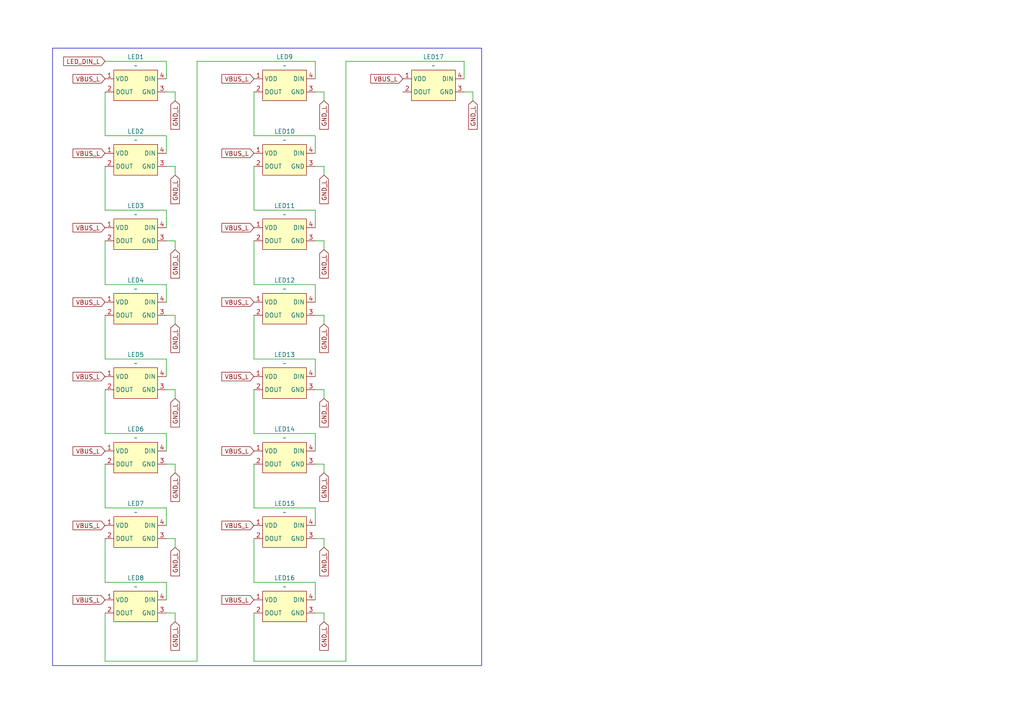
<source format=kicad_sch>
(kicad_sch (version 20231120) (generator "eeschema") (generator_version "8.0")
  (paper "A4")
  (lib_symbols
    (symbol "SK6812-MINI-E:SK6812_MINI-E"
      (property "Reference" "LED" (at -10.922 11.43 0))
      (symbol "SK6812_MINI-E_1_1"
        (rectangle (start -12.7 8.89) (end 0 0) (fill (type background)))
        (pin input line (at -15.24 6.35 0) (length 2.54) (name "VDD") (number "1"))
        (pin input line (at -15.24 2.54 0) (length 2.54) (name "DOUT") (number "2"))
        (pin input line (at 2.54 2.54 180) (length 2.54) (name "GND") (number "3"))
        (pin input line (at 2.54 6.35 180) (length 2.54) (name "DIN") (number "4"))
      )
    )
  )
  (wire (pts (xy 30.48 26.67) (xy 30.48 39.37)))
  (wire (pts (xy 73.66 156.21) (xy 73.66 168.91)))
  (wire (pts (xy 73.66 48.26) (xy 73.66 60.96)))
  (wire (pts (xy 50.8 177.8) (xy 50.8 180.34)))
  (wire (pts (xy 30.48 17.78) (xy 48.26 17.78)))
  (wire (pts (xy 91.44 156.21) (xy 93.98 156.21)))
  (wire (pts (xy 48.26 26.67) (xy 50.8 26.67)))
  (wire (pts (xy 73.66 82.55) (xy 91.44 82.55)))
  (wire (pts (xy 93.98 48.26) (xy 93.98 50.8)))
  (wire (pts (xy 100.33 191.77) (xy 73.66 191.77)))
  (wire (pts (xy 30.48 113.03) (xy 30.48 125.73)))
  (wire (pts (xy 30.48 191.77) (xy 30.48 177.8)))
  (wire (pts (xy 91.44 48.26) (xy 93.98 48.26)))
  (wire (pts (xy 30.48 168.91) (xy 48.26 168.91)))
  (wire (pts (xy 91.44 91.44) (xy 93.98 91.44)))
  (wire (pts (xy 50.8 91.44) (xy 50.8 93.98)))
  (wire (pts (xy 50.8 26.67) (xy 50.8 29.21)))
  (wire (pts (xy 30.48 104.14) (xy 48.26 104.14)))
  (wire (pts (xy 30.48 69.85) (xy 30.48 82.55)))
  (wire (pts (xy 48.26 113.03) (xy 50.8 113.03)))
  (wire (pts (xy 73.66 60.96) (xy 91.44 60.96)))
  (wire (pts (xy 48.26 104.14) (xy 48.26 109.22)))
  (wire (pts (xy 91.44 113.03) (xy 93.98 113.03)))
  (wire (pts (xy 91.44 17.78) (xy 57.15 17.78)))
  (wire (pts (xy 73.66 147.32) (xy 91.44 147.32)))
  (wire (pts (xy 30.48 147.32) (xy 48.26 147.32)))
  (wire (pts (xy 73.66 168.91) (xy 91.44 168.91)))
  (wire (pts (xy 134.62 17.78) (xy 134.62 22.86)))
  (wire (pts (xy 48.26 156.21) (xy 50.8 156.21)))
  (wire (pts (xy 30.48 134.62) (xy 30.48 147.32)))
  (wire (pts (xy 91.44 26.67) (xy 93.98 26.67)))
  (wire (pts (xy 91.44 82.55) (xy 91.44 87.63)))
  (wire (pts (xy 93.98 177.8) (xy 93.98 180.34)))
  (wire (pts (xy 93.98 113.03) (xy 93.98 115.57)))
  (wire (pts (xy 50.8 69.85) (xy 50.8 72.39)))
  (wire (pts (xy 48.26 82.55) (xy 48.26 87.63)))
  (wire (pts (xy 93.98 91.44) (xy 93.98 93.98)))
  (wire (pts (xy 93.98 134.62) (xy 93.98 137.16)))
  (wire (pts (xy 50.8 156.21) (xy 50.8 158.75)))
  (wire (pts (xy 48.26 134.62) (xy 50.8 134.62)))
  (wire (pts (xy 93.98 156.21) (xy 93.98 158.75)))
  (wire (pts (xy 30.48 156.21) (xy 30.48 168.91)))
  (wire (pts (xy 48.26 147.32) (xy 48.26 152.4)))
  (wire (pts (xy 48.26 177.8) (xy 50.8 177.8)))
  (wire (pts (xy 57.15 191.77) (xy 30.48 191.77)))
  (wire (pts (xy 91.44 69.85) (xy 93.98 69.85)))
  (wire (pts (xy 50.8 113.03) (xy 50.8 115.57)))
  (wire (pts (xy 50.8 48.26) (xy 50.8 50.8)))
  (wire (pts (xy 134.62 26.67) (xy 137.16 26.67)))
  (wire (pts (xy 73.66 69.85) (xy 73.66 82.55)))
  (wire (pts (xy 48.26 91.44) (xy 50.8 91.44)))
  (wire (pts (xy 73.66 113.03) (xy 73.66 125.73)))
  (wire (pts (xy 137.16 26.67) (xy 137.16 29.21)))
  (wire (pts (xy 73.66 125.73) (xy 91.44 125.73)))
  (wire (pts (xy 48.26 60.96) (xy 48.26 66.04)))
  (wire (pts (xy 48.26 48.26) (xy 50.8 48.26)))
  (wire (pts (xy 93.98 69.85) (xy 93.98 72.39)))
  (wire (pts (xy 48.26 69.85) (xy 50.8 69.85)))
  (wire (pts (xy 48.26 168.91) (xy 48.26 173.99)))
  (wire (pts (xy 91.44 134.62) (xy 93.98 134.62)))
  (wire (pts (xy 30.48 48.26) (xy 30.48 60.96)))
  (wire (pts (xy 134.62 17.78) (xy 100.33 17.78)))
  (wire (pts (xy 30.48 39.37) (xy 48.26 39.37)))
  (wire (pts (xy 73.66 104.14) (xy 91.44 104.14)))
  (wire (pts (xy 73.66 134.62) (xy 73.66 147.32)))
  (wire (pts (xy 30.48 91.44) (xy 30.48 104.14)))
  (wire (pts (xy 100.33 17.78) (xy 100.33 191.77)))
  (wire (pts (xy 91.44 168.91) (xy 91.44 173.99)))
  (wire (pts (xy 73.66 191.77) (xy 73.66 177.8)))
  (wire (pts (xy 57.15 17.78) (xy 57.15 191.77)))
  (wire (pts (xy 91.44 147.32) (xy 91.44 152.4)))
  (wire (pts (xy 48.26 39.37) (xy 48.26 44.45)))
  (wire (pts (xy 30.48 82.55) (xy 48.26 82.55)))
  (wire (pts (xy 91.44 125.73) (xy 91.44 130.81)))
  (wire (pts (xy 48.26 17.78) (xy 48.26 22.86)))
  (wire (pts (xy 91.44 104.14) (xy 91.44 109.22)))
  (wire (pts (xy 50.8 134.62) (xy 50.8 137.16)))
  (wire (pts (xy 73.66 26.67) (xy 73.66 39.37)))
  (wire (pts (xy 91.44 60.96) (xy 91.44 66.04)))
  (wire (pts (xy 48.26 125.73) (xy 48.26 130.81)))
  (wire (pts (xy 73.66 91.44) (xy 73.66 104.14)))
  (wire (pts (xy 30.48 125.73) (xy 48.26 125.73)))
  (wire (pts (xy 91.44 177.8) (xy 93.98 177.8)))
  (wire (pts (xy 93.98 26.67) (xy 93.98 29.21)))
  (wire (pts (xy 91.44 17.78) (xy 91.44 22.86)))
  (wire (pts (xy 91.44 39.37) (xy 91.44 44.45)))
  (wire (pts (xy 30.48 60.96) (xy 48.26 60.96)))
  (wire (pts (xy 73.66 39.37) (xy 91.44 39.37)))
  (rectangle (start 15.24 13.97) (end 139.7 193.04))
  (global_label "GND_L" (shape input) (at 93.98 72.39 270) (property "Intersheetrefs" "${INTERSHEET_REFS}" (effects (hide yes))))
  (global_label "GND_L" (shape input) (at 137.16 29.21 270) (property "Intersheetrefs" "${INTERSHEET_REFS}" (effects (hide yes))))
  (global_label "VBUS_L" (shape input) (at 73.66 173.99 180) (property "Intersheetrefs" "${INTERSHEET_REFS}" (effects (hide yes))))
  (global_label "VBUS_L" (shape input) (at 73.66 130.81 180) (property "Intersheetrefs" "${INTERSHEET_REFS}" (effects (hide yes))))
  (global_label "GND_L" (shape input) (at 93.98 180.34 270) (property "Intersheetrefs" "${INTERSHEET_REFS}" (effects (hide yes))))
  (global_label "GND_L" (shape input) (at 50.8 180.34 270) (property "Intersheetrefs" "${INTERSHEET_REFS}" (effects (hide yes))))
  (global_label "GND_L" (shape input) (at 50.8 29.21 270) (property "Intersheetrefs" "${INTERSHEET_REFS}" (effects (hide yes))))
  (global_label "VBUS_L" (shape input) (at 73.66 109.22 180) (property "Intersheetrefs" "${INTERSHEET_REFS}" (effects (hide yes))))
  (global_label "VBUS_L" (shape input) (at 30.48 152.4 180) (property "Intersheetrefs" "${INTERSHEET_REFS}" (effects (hide yes))))
  (global_label "VBUS_L" (shape input) (at 116.84 22.86 180) (property "Intersheetrefs" "${INTERSHEET_REFS}" (effects (hide yes))))
  (global_label "VBUS_L" (shape input) (at 30.48 109.22 180) (property "Intersheetrefs" "${INTERSHEET_REFS}" (effects (hide yes))))
  (global_label "GND_L" (shape input) (at 50.8 158.75 270) (property "Intersheetrefs" "${INTERSHEET_REFS}" (effects (hide yes))))
  (global_label "VBUS_L" (shape input) (at 73.66 66.04 180) (property "Intersheetrefs" "${INTERSHEET_REFS}" (effects (hide yes))))
  (global_label "VBUS_L" (shape input) (at 30.48 22.86 180) (property "Intersheetrefs" "${INTERSHEET_REFS}" (effects (hide yes))))
  (global_label "VBUS_L" (shape input) (at 30.48 87.63 180) (property "Intersheetrefs" "${INTERSHEET_REFS}" (effects (hide yes))))
  (global_label "GND_L" (shape input) (at 93.98 137.16 270) (property "Intersheetrefs" "${INTERSHEET_REFS}" (effects (hide yes))))
  (global_label "GND_L" (shape input) (at 93.98 29.21 270) (property "Intersheetrefs" "${INTERSHEET_REFS}" (effects (hide yes))))
  (global_label "GND_L" (shape input) (at 50.8 137.16 270) (property "Intersheetrefs" "${INTERSHEET_REFS}" (effects (hide yes))))
  (global_label "GND_L" (shape input) (at 93.98 93.98 270) (property "Intersheetrefs" "${INTERSHEET_REFS}" (effects (hide yes))))
  (global_label "GND_L" (shape input) (at 50.8 50.8 270) (property "Intersheetrefs" "${INTERSHEET_REFS}" (effects (hide yes))))
  (global_label "VBUS_L" (shape input) (at 30.48 173.99 180) (property "Intersheetrefs" "${INTERSHEET_REFS}" (effects (hide yes))))
  (global_label "GND_L" (shape input) (at 50.8 93.98 270) (property "Intersheetrefs" "${INTERSHEET_REFS}" (effects (hide yes))))
  (global_label "GND_L" (shape input) (at 50.8 115.57 270) (property "Intersheetrefs" "${INTERSHEET_REFS}" (effects (hide yes))))
  (global_label "VBUS_L" (shape input) (at 73.66 152.4 180) (property "Intersheetrefs" "${INTERSHEET_REFS}" (effects (hide yes))))
  (global_label "VBUS_L" (shape input) (at 30.48 44.45 180) (property "Intersheetrefs" "${INTERSHEET_REFS}" (effects (hide yes))))
  (global_label "LED_DIN_L" (shape input) (at 30.48 17.78 180) (property "Intersheetrefs" "${INTERSHEET_REFS}" (effects (hide yes))))
  (global_label "GND_L" (shape input) (at 93.98 158.75 270) (property "Intersheetrefs" "${INTERSHEET_REFS}" (effects (hide yes))))
  (global_label "VBUS_L" (shape input) (at 30.48 66.04 180) (property "Intersheetrefs" "${INTERSHEET_REFS}" (effects (hide yes))))
  (global_label "VBUS_L" (shape input) (at 73.66 87.63 180) (property "Intersheetrefs" "${INTERSHEET_REFS}" (effects (hide yes))))
  (global_label "GND_L" (shape input) (at 93.98 50.8 270) (property "Intersheetrefs" "${INTERSHEET_REFS}" (effects (hide yes))))
  (global_label "VBUS_L" (shape input) (at 30.48 130.81 180) (property "Intersheetrefs" "${INTERSHEET_REFS}" (effects (hide yes))))
  (global_label "GND_L" (shape input) (at 50.8 72.39 270) (property "Intersheetrefs" "${INTERSHEET_REFS}" (effects (hide yes))))
  (global_label "VBUS_L" (shape input) (at 73.66 44.45 180) (property "Intersheetrefs" "${INTERSHEET_REFS}" (effects (hide yes))))
  (global_label "GND_L" (shape input) (at 93.98 115.57 270) (property "Intersheetrefs" "${INTERSHEET_REFS}" (effects (hide yes))))
  (global_label "VBUS_L" (shape input) (at 73.66 22.86 180) (property "Intersheetrefs" "${INTERSHEET_REFS}" (effects (hide yes))))
  (symbol (lib_id "SK6812-MINI-E:SK6812_MINI-E") (at 45.72 93.98 0) (unit 1)
    (property "Reference" "LED4" (at 39.37 81.28 0))
    (property "Value" "~" (at 39.37 83.82 0))
    (property "Footprint" "custom:SK6812-MINI-E" (effects (hide yes)))
  )
  (symbol (lib_id "SK6812-MINI-E:SK6812_MINI-E") (at 88.9 29.21 0) (unit 1)
    (property "Reference" "LED9" (at 82.55 16.51 0))
    (property "Value" "~" (at 82.55 19.05 0))
    (property "Footprint" "custom:SK6812-MINI-E" (effects (hide yes)))
  )
  (symbol (lib_id "SK6812-MINI-E:SK6812_MINI-E") (at 88.9 93.98 0) (unit 1)
    (property "Reference" "LED12" (at 82.55 81.28 0))
    (property "Value" "~" (at 82.55 83.82 0))
    (property "Footprint" "custom:SK6812-MINI-E" (effects (hide yes)))
  )
  (symbol (lib_id "SK6812-MINI-E:SK6812_MINI-E") (at 88.9 137.16 0) (unit 1)
    (property "Reference" "LED14" (at 82.55 124.46 0))
    (property "Value" "~" (at 82.55 127 0))
    (property "Footprint" "custom:SK6812-MINI-E" (effects (hide yes)))
  )
  (symbol (lib_id "SK6812-MINI-E:SK6812_MINI-E") (at 45.72 115.57 0) (unit 1)
    (property "Reference" "LED5" (at 39.37 102.87 0))
    (property "Value" "~" (at 39.37 105.41 0))
    (property "Footprint" "custom:SK6812-MINI-E" (effects (hide yes)))
  )
  (symbol (lib_id "SK6812-MINI-E:SK6812_MINI-E") (at 88.9 180.34 0) (unit 1)
    (property "Reference" "LED16" (at 82.55 167.64 0))
    (property "Value" "~" (at 82.55 170.18 0))
    (property "Footprint" "custom:SK6812-MINI-E" (effects (hide yes)))
  )
  (symbol (lib_id "SK6812-MINI-E:SK6812_MINI-E") (at 45.72 180.34 0) (unit 1)
    (property "Reference" "LED8" (at 39.37 167.64 0))
    (property "Value" "~" (at 39.37 170.18 0))
    (property "Footprint" "custom:SK6812-MINI-E" (effects (hide yes)))
  )
  (symbol (lib_id "SK6812-MINI-E:SK6812_MINI-E") (at 45.72 137.16 0) (unit 1)
    (property "Reference" "LED6" (at 39.37 124.46 0))
    (property "Value" "~" (at 39.37 127 0))
    (property "Footprint" "custom:SK6812-MINI-E" (effects (hide yes)))
  )
  (symbol (lib_id "SK6812-MINI-E:SK6812_MINI-E") (at 45.72 50.8 0) (unit 1)
    (property "Reference" "LED2" (at 39.37 38.1 0))
    (property "Value" "~" (at 39.37 40.64 0))
    (property "Footprint" "custom:SK6812-MINI-E" (effects (hide yes)))
  )
  (symbol (lib_id "SK6812-MINI-E:SK6812_MINI-E") (at 45.72 29.21 0) (unit 1)
    (property "Reference" "LED1" (at 39.37 16.51 0))
    (property "Value" "~" (at 39.37 19.05 0))
    (property "Footprint" "custom:SK6812-MINI-E" (effects (hide yes)))
  )
  (symbol (lib_id "SK6812-MINI-E:SK6812_MINI-E") (at 88.9 115.57 0) (unit 1)
    (property "Reference" "LED13" (at 82.55 102.87 0))
    (property "Value" "~" (at 82.55 105.41 0))
    (property "Footprint" "custom:SK6812-MINI-E" (effects (hide yes)))
  )
  (symbol (lib_id "SK6812-MINI-E:SK6812_MINI-E") (at 88.9 158.75 0) (unit 1)
    (property "Reference" "LED15" (at 82.55 146.05 0))
    (property "Value" "~" (at 82.55 148.59 0))
    (property "Footprint" "custom:SK6812-MINI-E" (effects (hide yes)))
  )
  (symbol (lib_id "SK6812-MINI-E:SK6812_MINI-E") (at 45.72 72.39 0) (unit 1)
    (property "Reference" "LED3" (at 39.37 59.69 0))
    (property "Value" "~" (at 39.37 62.23 0))
    (property "Footprint" "custom:SK6812-MINI-E" (effects (hide yes)))
  )
  (symbol (lib_id "SK6812-MINI-E:SK6812_MINI-E") (at 88.9 50.8 0) (unit 1)
    (property "Reference" "LED10" (at 82.55 38.1 0))
    (property "Value" "~" (at 82.55 40.64 0))
    (property "Footprint" "custom:SK6812-MINI-E" (effects (hide yes)))
  )
  (symbol (lib_id "SK6812-MINI-E:SK6812_MINI-E") (at 132.08 29.21 0) (unit 1)
    (property "Reference" "LED17" (at 125.73 16.51 0))
    (property "Value" "~" (at 125.73 19.05 0))
    (property "Footprint" "custom:SK6812-MINI-E" (effects (hide yes)))
  )
  (symbol (lib_id "SK6812-MINI-E:SK6812_MINI-E") (at 45.72 158.75 0) (unit 1)
    (property "Reference" "LED7" (at 39.37 146.05 0))
    (property "Value" "~" (at 39.37 148.59 0))
    (property "Footprint" "custom:SK6812-MINI-E" (effects (hide yes)))
  )
  (symbol (lib_id "SK6812-MINI-E:SK6812_MINI-E") (at 88.9 72.39 0) (unit 1)
    (property "Reference" "LED11" (at 82.55 59.69 0))
    (property "Value" "~" (at 82.55 62.23 0))
    (property "Footprint" "custom:SK6812-MINI-E" (effects (hide yes)))
  )
)
</source>
